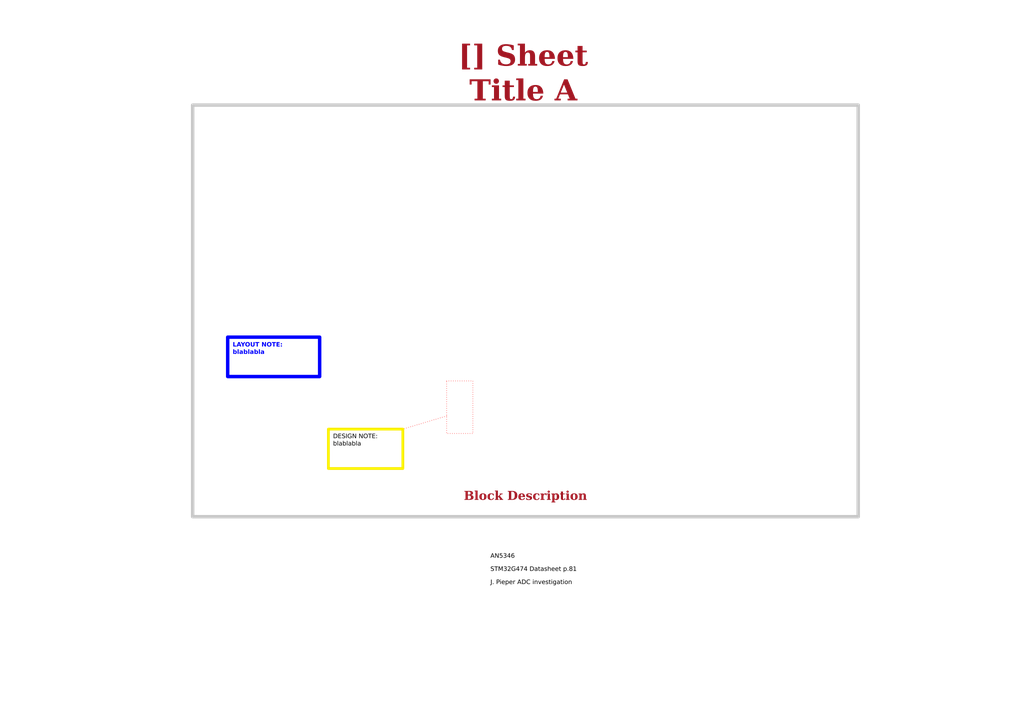
<source format=kicad_sch>
(kicad_sch
	(version 20231120)
	(generator "eeschema")
	(generator_version "8.0")
	(uuid "ea8c4f5e-7a49-4faf-a994-dbc85ed86b0a")
	(paper "A4")
	(title_block
		(title "Sheet Title A")
		(date "Last Modified Date")
		(rev "${REVISION}")
		(company "${COMPANY}")
	)
	(lib_symbols)
	(polyline
		(pts
			(xy 129.54 120.65) (xy 116.84 124.46)
		)
		(stroke
			(width 0)
			(type dot)
			(color 255 0 0 1)
		)
		(uuid "dbc0dbb3-ec35-483a-84d2-c330277e1998")
	)
	(rectangle
		(start 129.54 110.49)
		(end 137.16 125.73)
		(stroke
			(width 0)
			(type dot)
			(color 255 0 0 1)
		)
		(fill
			(type none)
		)
		(uuid 1d95e40b-2bfb-46ac-aef7-d61406185c71)
	)
	(rectangle
		(start 55.88 30.48)
		(end 248.92 149.86)
		(stroke
			(width 1)
			(type default)
			(color 200 200 200 1)
		)
		(fill
			(type none)
		)
		(uuid bb86d4de-8a6c-49fd-bb3c-0c8f9cc72e55)
	)
	(text_box "LAYOUT NOTE:\nblablabla"
		(exclude_from_sim no)
		(at 66.04 97.79 0)
		(size 26.67 11.43)
		(stroke
			(width 1)
			(type solid)
			(color 0 0 255 1)
		)
		(fill
			(type none)
		)
		(effects
			(font
				(face "Arial")
				(size 1.27 1.27)
				(thickness 0.4)
				(bold yes)
				(color 0 0 255 1)
			)
			(justify left top)
		)
		(uuid "59800026-abce-490f-af73-e553b627145c")
	)
	(text_box "[${#}] ${TITLE}"
		(exclude_from_sim no)
		(at 115.57 15.24 0)
		(size 72.39 12.7)
		(stroke
			(width -0.0001)
			(type default)
		)
		(fill
			(type none)
		)
		(effects
			(font
				(face "Times New Roman")
				(size 6 6)
				(thickness 1.2)
				(bold yes)
				(color 162 22 34 1)
			)
		)
		(uuid "b2c13488-4f2f-433b-bdc6-d210d1646aca")
	)
	(text_box "Block Description"
		(exclude_from_sim no)
		(at 57.15 139.7 0)
		(size 190.5 7.62)
		(stroke
			(width -0.0001)
			(type default)
		)
		(fill
			(type none)
		)
		(effects
			(font
				(face "Times New Roman")
				(size 2.54 2.54)
				(thickness 0.508)
				(bold yes)
				(color 162 22 34 1)
			)
			(justify bottom)
		)
		(uuid "b610ad11-6470-4e17-bb6a-df05c5ad2515")
	)
	(text_box "DESIGN NOTE:\nblablabla"
		(exclude_from_sim no)
		(at 95.25 124.46 0)
		(size 21.59 11.43)
		(stroke
			(width 0.8)
			(type solid)
			(color 250 236 0 1)
		)
		(fill
			(type none)
		)
		(effects
			(font
				(face "Arial")
				(size 1.27 1.27)
				(color 0 0 0 1)
			)
			(justify left top)
		)
		(uuid "e0003229-9448-4893-9fb1-bea9e839bb75")
	)
	(text "J. Pieper ADC investigation"
		(exclude_from_sim no)
		(at 142.24 170.18 0)
		(effects
			(font
				(face "Arial")
				(size 1.27 1.27)
				(color 0 0 0 1)
			)
			(justify left bottom)
			(href "https://jpieper.com/2023/07/24/stm32g4-adc-performance-part-2/")
		)
		(uuid "9b3ecc35-3df2-428b-a29e-c6c2c744422e")
	)
	(text "STM32G474 Datasheet p.81"
		(exclude_from_sim no)
		(at 142.24 166.37 0)
		(effects
			(font
				(face "Arial")
				(size 1.27 1.27)
				(color 0 0 0 1)
			)
			(justify left bottom)
			(href "https://www.st.com/resource/en/datasheet/stm32g474cb.pdf")
		)
		(uuid "e6fea1fe-2cf8-4a39-929e-14f4aedafb02")
	)
	(text "AN5346"
		(exclude_from_sim no)
		(at 142.24 162.56 0)
		(effects
			(font
				(face "Arial")
				(size 1.27 1.27)
				(color 0 0 0 1)
			)
			(justify left bottom)
			(href "https://www.st.com/resource/en/application_note/an5346-stm32g4-adc-use-tips-and-recommendations-stmicroelectronics.pdf")
		)
		(uuid "f25578fd-4ab6-4599-95bc-eaa8a509f479")
	)
)

</source>
